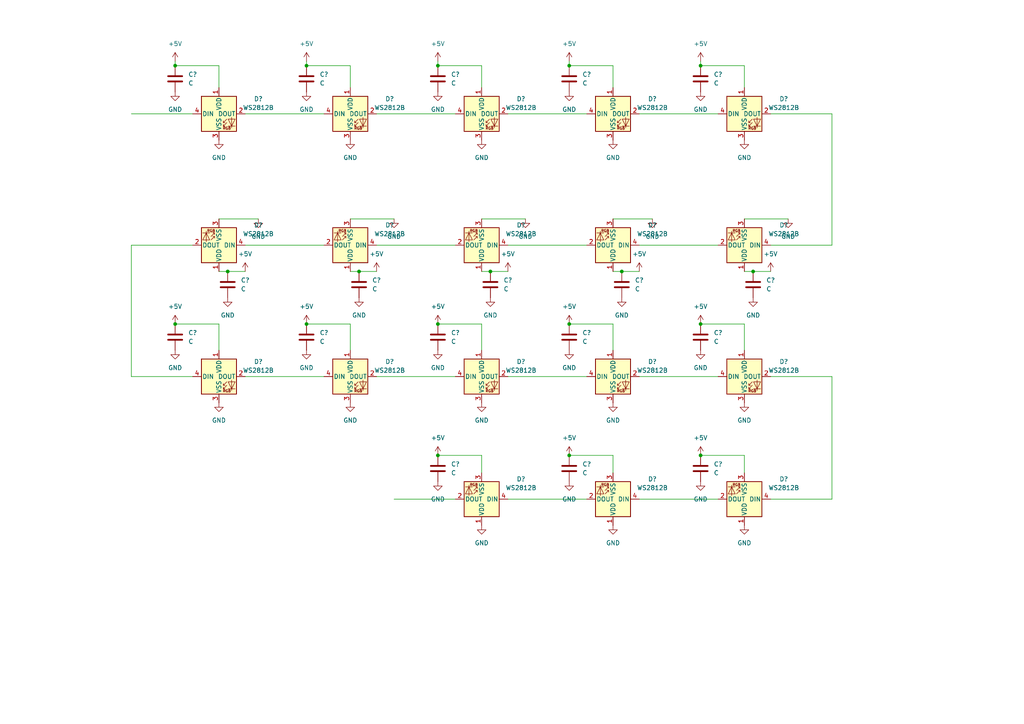
<source format=kicad_sch>
(kicad_sch (version 20211123) (generator eeschema)
  (paper "A4")
  (lib_symbols
    (symbol "Device:C" (pin_numbers hide) (pin_names (offset 0.254))
      (property "Reference" "C" (at 0.635 2.54 0))
      (property "Value" "C" (at 0.635 -2.54 0))
      (symbol "C_0_1"
        (polyline (pts (xy -2.032 -0.762) (xy 2.032 -0.762)) (stroke (width 0.508)))
        (polyline (pts (xy -2.032 0.762) (xy 2.032 0.762)) (stroke (width 0.508)))
      )
      (symbol "C_1_1"
        (pin passive line (at 0 3.81 270) (length 2.794) (name "~") (number "1"))
        (pin passive line (at 0 -3.81 90) (length 2.794) (name "~") (number "2"))
      )
    )
    (symbol "LED:WS2812B" (pin_names (offset 0.254))
      (property "Reference" "D" (at 5.08 5.715 0))
      (property "Value" "WS2812B" (at 1.27 -5.715 0))
      (symbol "WS2812B_0_0"
        (text "RGB" (at 2.286 -4.191 0) (effects (font (size 0.762 0.762))))
      )
      (symbol "WS2812B_0_1"
        (polyline (pts (xy 1.27 -3.556) (xy 1.778 -3.556)))
        (polyline (pts (xy 1.27 -2.54) (xy 1.778 -2.54)))
        (polyline (pts (xy 4.699 -3.556) (xy 2.667 -3.556)))
        (polyline (pts (xy 2.286 -2.54) (xy 1.27 -3.556) (xy 1.27 -3.048)))
        (polyline (pts (xy 2.286 -1.524) (xy 1.27 -2.54) (xy 1.27 -2.032)))
        (polyline (pts (xy 3.683 -1.016) (xy 3.683 -3.556) (xy 3.683 -4.064)))
        (polyline (pts (xy 4.699 -1.524) (xy 2.667 -1.524) (xy 3.683 -3.556) (xy 4.699 -1.524)))
        (rectangle (start 5.08 5.08) (end -5.08 -5.08) (stroke (width 0.254)) (fill (type background)))
      )
      (symbol "WS2812B_1_1"
        (pin power_in line (at 0 7.62 270) (length 2.54) (name "VDD") (number "1"))
        (pin output line (at 7.62 0 180) (length 2.54) (name "DOUT") (number "2"))
        (pin power_in line (at 0 -7.62 90) (length 2.54) (name "VSS") (number "3"))
        (pin input line (at -7.62 0 0) (length 2.54) (name "DIN") (number "4"))
      )
    )
    (symbol "power:+5V" (power) (pin_names (offset 0))
      (property "Value" "+5V" (at 0 3.556 0))
      (symbol "+5V_0_1"
        (polyline (pts (xy -0.762 1.27) (xy 0 2.54)))
        (polyline (pts (xy 0 0) (xy 0 2.54)))
        (polyline (pts (xy 0 2.54) (xy 0.762 1.27)))
      )
      (symbol "+5V_1_1"
        (pin power_in line (at 0 0 90) (length 0) hide (name "+5V") (number "1"))
      )
    )
    (symbol "power:GND" (power) (pin_names (offset 0))
      (property "Value" "GND" (at 0 -3.81 0))
      (symbol "GND_0_1"
        (polyline (pts (xy 0 0) (xy 0 -1.27) (xy 1.27 -1.27) (xy 0 -2.54) (xy -1.27 -1.27) (xy 0 -1.27)))
      )
      (symbol "GND_1_1"
        (pin power_in line (at 0 0 270) (length 0) hide (name "GND") (number "1"))
      )
    )
  )
  (junction (at 165.1 132.08))
  (junction (at 127 93.98))
  (junction (at 165.1 19.05))
  (junction (at 127 19.05))
  (junction (at 203.2 93.98))
  (junction (at 180.34 78.74))
  (junction (at 88.9 93.98))
  (junction (at 50.8 19.05))
  (junction (at 142.24 78.74))
  (junction (at 165.1 93.98))
  (junction (at 50.8 93.98))
  (junction (at 66.04 78.74))
  (junction (at 203.2 132.08))
  (junction (at 218.44 78.74))
  (junction (at 203.2 19.05))
  (junction (at 127 132.08))
  (junction (at 88.9 19.05))
  (junction (at 104.14 78.74))
  (wire (pts (xy 218.44 78.74) (xy 223.52 78.74)))
  (wire (pts (xy 241.3 144.78) (xy 223.52 144.78)))
  (wire (pts (xy 177.8 132.08) (xy 177.8 137.16)))
  (wire (pts (xy 241.3 71.12) (xy 223.52 71.12)))
  (wire (pts (xy 185.42 109.22) (xy 208.28 109.22)))
  (wire (pts (xy 50.8 19.05) (xy 63.5 19.05)))
  (wire (pts (xy 38.1 71.12) (xy 38.1 109.22)))
  (wire (pts (xy 88.9 19.05) (xy 88.9 17.78)))
  (wire (pts (xy 71.12 109.22) (xy 93.98 109.22)))
  (wire (pts (xy 127 19.05) (xy 139.7 19.05)))
  (wire (pts (xy 139.7 63.5) (xy 152.4 63.5)))
  (wire (pts (xy 180.34 78.74) (xy 185.42 78.74)))
  (wire (pts (xy 165.1 19.05) (xy 177.8 19.05)))
  (wire (pts (xy 147.32 71.12) (xy 170.18 71.12)))
  (wire (pts (xy 127 93.98) (xy 139.7 93.98)))
  (wire (pts (xy 165.1 93.98) (xy 177.8 93.98)))
  (wire (pts (xy 109.22 71.12) (xy 132.08 71.12)))
  (wire (pts (xy 101.6 93.98) (xy 101.6 101.6)))
  (wire (pts (xy 218.44 78.74) (xy 215.9 78.74)))
  (wire (pts (xy 215.9 93.98) (xy 215.9 101.6)))
  (wire (pts (xy 223.52 109.22) (xy 241.3 109.22)))
  (wire (pts (xy 177.8 19.05) (xy 177.8 25.4)))
  (wire (pts (xy 104.14 78.74) (xy 101.6 78.74)))
  (wire (pts (xy 109.22 109.22) (xy 132.08 109.22)))
  (wire (pts (xy 185.42 33.02) (xy 208.28 33.02)))
  (wire (pts (xy 38.1 33.02) (xy 55.88 33.02)))
  (wire (pts (xy 63.5 63.5) (xy 74.93 63.5)))
  (wire (pts (xy 55.88 71.12) (xy 38.1 71.12)))
  (wire (pts (xy 139.7 19.05) (xy 139.7 25.4)))
  (wire (pts (xy 165.1 132.08) (xy 177.8 132.08)))
  (wire (pts (xy 101.6 19.05) (xy 101.6 25.4)))
  (wire (pts (xy 71.12 33.02) (xy 93.98 33.02)))
  (wire (pts (xy 177.8 63.5) (xy 189.23 63.5)))
  (wire (pts (xy 88.9 19.05) (xy 101.6 19.05)))
  (wire (pts (xy 203.2 19.05) (xy 203.2 17.78)))
  (wire (pts (xy 50.8 19.05) (xy 50.8 17.78)))
  (wire (pts (xy 215.9 132.08) (xy 215.9 137.16)))
  (wire (pts (xy 104.14 78.74) (xy 109.22 78.74)))
  (wire (pts (xy 215.9 19.05) (xy 215.9 25.4)))
  (wire (pts (xy 203.2 93.98) (xy 215.9 93.98)))
  (wire (pts (xy 177.8 93.98) (xy 177.8 101.6)))
  (wire (pts (xy 185.42 71.12) (xy 208.28 71.12)))
  (wire (pts (xy 142.24 78.74) (xy 139.7 78.74)))
  (wire (pts (xy 147.32 109.22) (xy 170.18 109.22)))
  (wire (pts (xy 241.3 33.02) (xy 241.3 71.12)))
  (wire (pts (xy 147.32 33.02) (xy 170.18 33.02)))
  (wire (pts (xy 185.42 144.78) (xy 208.28 144.78)))
  (wire (pts (xy 66.04 78.74) (xy 63.5 78.74)))
  (wire (pts (xy 215.9 63.5) (xy 228.6 63.5)))
  (wire (pts (xy 66.04 78.74) (xy 71.12 78.74)))
  (wire (pts (xy 63.5 19.05) (xy 63.5 25.4)))
  (wire (pts (xy 139.7 93.98) (xy 139.7 101.6)))
  (wire (pts (xy 38.1 109.22) (xy 55.88 109.22)))
  (wire (pts (xy 71.12 71.12) (xy 93.98 71.12)))
  (wire (pts (xy 180.34 78.74) (xy 177.8 78.74)))
  (wire (pts (xy 223.52 33.02) (xy 241.3 33.02)))
  (wire (pts (xy 88.9 93.98) (xy 101.6 93.98)))
  (wire (pts (xy 63.5 93.98) (xy 63.5 101.6)))
  (wire (pts (xy 142.24 78.74) (xy 147.32 78.74)))
  (wire (pts (xy 165.1 19.05) (xy 165.1 17.78)))
  (wire (pts (xy 127 132.08) (xy 139.7 132.08)))
  (wire (pts (xy 109.22 33.02) (xy 132.08 33.02)))
  (wire (pts (xy 203.2 19.05) (xy 215.9 19.05)))
  (wire (pts (xy 114.3 144.78) (xy 132.08 144.78)))
  (wire (pts (xy 241.3 109.22) (xy 241.3 144.78)))
  (wire (pts (xy 50.8 93.98) (xy 63.5 93.98)))
  (wire (pts (xy 101.6 63.5) (xy 114.3 63.5)))
  (wire (pts (xy 203.2 132.08) (xy 215.9 132.08)))
  (wire (pts (xy 127 19.05) (xy 127 17.78)))
  (wire (pts (xy 139.7 132.08) (xy 139.7 137.16)))
  (wire (pts (xy 147.32 144.78) (xy 170.18 144.78)))
  (symbol (lib_id "LED:WS2812B") (at 139.7 71.12 180) (unit 1)
    (property "Reference" "D?" (at 151.13 65.2905 0))
    (property "Value" "WS2812B" (at 151.13 67.8305 0))
    (property "Footprint" "LED_SMD:LED_WS2812B_PLCC4_5.0x5.0mm_P3.2mm" (effects hide))
    (property "Datasheet" "https://cdn-shop.adafruit.com/datasheets/WS2812B.pdf" (effects hide))
  )
  (symbol (lib_id "LED:WS2812B") (at 63.5 33.02 0) (unit 1)
    (property "Reference" "D?" (at 74.93 28.6893 0))
    (property "Value" "WS2812B" (at 74.93 31.2293 0))
    (property "Footprint" "LED_SMD:LED_WS2812B_PLCC4_5.0x5.0mm_P3.2mm" (effects hide))
    (property "Datasheet" "https://cdn-shop.adafruit.com/datasheets/WS2812B.pdf" (effects hide))
  )
  (symbol (lib_id "power:+5V") (at 165.1 93.98 0) (unit 1)
    (property "Reference" "#PWR?" (effects hide))
    (property "Value" "+5V" (at 165.1 88.9 0))
  )
  (symbol (lib_id "power:+5V") (at 127 17.78 0) (unit 1)
    (property "Reference" "#PWR?" (effects hide))
    (property "Value" "+5V" (at 127 12.7 0))
  )
  (symbol (lib_id "power:+5V") (at 165.1 132.08 0) (unit 1)
    (property "Reference" "#PWR?" (effects hide))
    (property "Value" "+5V" (at 165.1 127 0))
  )
  (symbol (lib_id "power:GND") (at 101.6 116.84 0) (unit 1)
    (property "Reference" "#PWR?" (effects hide))
    (property "Value" "GND" (at 101.6 121.92 0))
  )
  (symbol (lib_id "power:GND") (at 165.1 101.6 0) (unit 1)
    (property "Reference" "#PWR?" (effects hide))
    (property "Value" "GND" (at 165.1 106.68 0))
  )
  (symbol (lib_id "LED:WS2812B") (at 215.9 109.22 0) (unit 1)
    (property "Reference" "D?" (at 227.33 104.8893 0))
    (property "Value" "WS2812B" (at 227.33 107.4293 0))
    (property "Footprint" "LED_SMD:LED_WS2812B_PLCC4_5.0x5.0mm_P3.2mm" (effects hide))
    (property "Datasheet" "https://cdn-shop.adafruit.com/datasheets/WS2812B.pdf" (effects hide))
  )
  (symbol (lib_id "LED:WS2812B") (at 101.6 109.22 0) (unit 1)
    (property "Reference" "D?" (at 113.03 104.8893 0))
    (property "Value" "WS2812B" (at 113.03 107.4293 0))
    (property "Footprint" "LED_SMD:LED_WS2812B_PLCC4_5.0x5.0mm_P3.2mm" (effects hide))
    (property "Datasheet" "https://cdn-shop.adafruit.com/datasheets/WS2812B.pdf" (effects hide))
  )
  (symbol (lib_id "power:GND") (at 165.1 139.7 0) (unit 1)
    (property "Reference" "#PWR?" (effects hide))
    (property "Value" "GND" (at 165.1 144.78 0))
  )
  (symbol (lib_id "power:GND") (at 177.8 40.64 0) (unit 1)
    (property "Reference" "#PWR?" (effects hide))
    (property "Value" "GND" (at 177.8 45.72 0))
  )
  (symbol (lib_id "LED:WS2812B") (at 101.6 33.02 0) (unit 1)
    (property "Reference" "D?" (at 113.03 28.6893 0))
    (property "Value" "WS2812B" (at 113.03 31.2293 0))
    (property "Footprint" "LED_SMD:LED_WS2812B_PLCC4_5.0x5.0mm_P3.2mm" (effects hide))
    (property "Datasheet" "https://cdn-shop.adafruit.com/datasheets/WS2812B.pdf" (effects hide))
  )
  (symbol (lib_id "power:+5V") (at 147.32 78.74 0) (unit 1)
    (property "Reference" "#PWR?" (effects hide))
    (property "Value" "+5V" (at 147.32 73.66 0))
  )
  (symbol (lib_id "power:GND") (at 203.2 139.7 0) (unit 1)
    (property "Reference" "#PWR?" (effects hide))
    (property "Value" "GND" (at 203.2 144.78 0))
  )
  (symbol (lib_id "LED:WS2812B") (at 215.9 71.12 180) (unit 1)
    (property "Reference" "D?" (at 227.33 65.2905 0))
    (property "Value" "WS2812B" (at 227.33 67.8305 0))
    (property "Footprint" "LED_SMD:LED_WS2812B_PLCC4_5.0x5.0mm_P3.2mm" (effects hide))
    (property "Datasheet" "https://cdn-shop.adafruit.com/datasheets/WS2812B.pdf" (effects hide))
  )
  (symbol (lib_id "power:+5V") (at 88.9 17.78 0) (unit 1)
    (property "Reference" "#PWR?" (effects hide))
    (property "Value" "+5V" (at 88.9 12.7 0))
  )
  (symbol (lib_id "power:+5V") (at 50.8 17.78 0) (unit 1)
    (property "Reference" "#PWR?" (effects hide))
    (property "Value" "+5V" (at 50.8 12.7 0))
  )
  (symbol (lib_id "Device:C") (at 165.1 135.89 0) (unit 1)
    (property "Reference" "C?" (at 168.91 134.6199 0) (effects (justify left)))
    (property "Value" "C" (at 168.91 137.1599 0) (effects (justify left)))
  )
  (symbol (lib_id "power:+5V") (at 203.2 93.98 0) (unit 1)
    (property "Reference" "#PWR?" (effects hide))
    (property "Value" "+5V" (at 203.2 88.9 0))
  )
  (symbol (lib_id "LED:WS2812B") (at 139.7 144.78 180) (unit 1)
    (property "Reference" "D?" (at 151.13 138.9505 0))
    (property "Value" "WS2812B" (at 151.13 141.4905 0))
    (property "Footprint" "LED_SMD:LED_WS2812B_PLCC4_5.0x5.0mm_P3.2mm" (effects hide))
    (property "Datasheet" "https://cdn-shop.adafruit.com/datasheets/WS2812B.pdf" (effects hide))
  )
  (symbol (lib_id "power:GND") (at 50.8 101.6 0) (unit 1)
    (property "Reference" "#PWR?" (effects hide))
    (property "Value" "GND" (at 50.8 106.68 0))
  )
  (symbol (lib_id "power:+5V") (at 127 93.98 0) (unit 1)
    (property "Reference" "#PWR?" (effects hide))
    (property "Value" "+5V" (at 127 88.9 0))
  )
  (symbol (lib_id "Device:C") (at 66.04 82.55 0) (unit 1)
    (property "Reference" "C?" (at 69.85 81.2799 0) (effects (justify left)))
    (property "Value" "C" (at 69.85 83.8199 0) (effects (justify left)))
  )
  (symbol (lib_id "power:GND") (at 218.44 86.36 0) (unit 1)
    (property "Reference" "#PWR?" (effects hide))
    (property "Value" "GND" (at 218.44 91.44 0))
  )
  (symbol (lib_id "Device:C") (at 104.14 82.55 0) (unit 1)
    (property "Reference" "C?" (at 107.95 81.2799 0) (effects (justify left)))
    (property "Value" "C" (at 107.95 83.8199 0) (effects (justify left)))
  )
  (symbol (lib_id "Device:C") (at 50.8 22.86 0) (unit 1)
    (property "Reference" "C?" (at 54.61 21.5899 0) (effects (justify left)))
    (property "Value" "C" (at 54.61 24.1299 0) (effects (justify left)))
  )
  (symbol (lib_id "power:GND") (at 50.8 26.67 0) (unit 1)
    (property "Reference" "#PWR?" (effects hide))
    (property "Value" "GND" (at 50.8 31.75 0))
  )
  (symbol (lib_id "Device:C") (at 88.9 22.86 0) (unit 1)
    (property "Reference" "C?" (at 92.71 21.5899 0) (effects (justify left)))
    (property "Value" "C" (at 92.71 24.1299 0) (effects (justify left)))
  )
  (symbol (lib_id "Device:C") (at 50.8 97.79 0) (unit 1)
    (property "Reference" "C?" (at 54.61 96.5199 0) (effects (justify left)))
    (property "Value" "C" (at 54.61 99.0599 0) (effects (justify left)))
  )
  (symbol (lib_id "Device:C") (at 165.1 22.86 0) (unit 1)
    (property "Reference" "C?" (at 168.91 21.5899 0) (effects (justify left)))
    (property "Value" "C" (at 168.91 24.1299 0) (effects (justify left)))
  )
  (symbol (lib_id "LED:WS2812B") (at 177.8 109.22 0) (unit 1)
    (property "Reference" "D?" (at 189.23 104.8893 0))
    (property "Value" "WS2812B" (at 189.23 107.4293 0))
    (property "Footprint" "LED_SMD:LED_WS2812B_PLCC4_5.0x5.0mm_P3.2mm" (effects hide))
    (property "Datasheet" "https://cdn-shop.adafruit.com/datasheets/WS2812B.pdf" (effects hide))
  )
  (symbol (lib_id "Device:C") (at 203.2 135.89 0) (unit 1)
    (property "Reference" "C?" (at 207.01 134.6199 0) (effects (justify left)))
    (property "Value" "C" (at 207.01 137.1599 0) (effects (justify left)))
  )
  (symbol (lib_id "power:GND") (at 177.8 152.4 0) (unit 1)
    (property "Reference" "#PWR?" (effects hide))
    (property "Value" "GND" (at 177.8 157.48 0))
  )
  (symbol (lib_id "power:GND") (at 165.1 26.67 0) (unit 1)
    (property "Reference" "#PWR?" (effects hide))
    (property "Value" "GND" (at 165.1 31.75 0))
  )
  (symbol (lib_id "power:GND") (at 104.14 86.36 0) (unit 1)
    (property "Reference" "#PWR?" (effects hide))
    (property "Value" "GND" (at 104.14 91.44 0))
  )
  (symbol (lib_id "power:GND") (at 74.93 63.5 0) (unit 1)
    (property "Reference" "#PWR?" (effects hide))
    (property "Value" "GND" (at 74.93 68.58 0))
  )
  (symbol (lib_id "power:GND") (at 177.8 116.84 0) (unit 1)
    (property "Reference" "#PWR?" (effects hide))
    (property "Value" "GND" (at 177.8 121.92 0))
  )
  (symbol (lib_id "LED:WS2812B") (at 215.9 144.78 180) (unit 1)
    (property "Reference" "D?" (at 227.33 138.9505 0))
    (property "Value" "WS2812B" (at 227.33 141.4905 0))
    (property "Footprint" "LED_SMD:LED_WS2812B_PLCC4_5.0x5.0mm_P3.2mm" (effects hide))
    (property "Datasheet" "https://cdn-shop.adafruit.com/datasheets/WS2812B.pdf" (effects hide))
  )
  (symbol (lib_id "power:GND") (at 66.04 86.36 0) (unit 1)
    (property "Reference" "#PWR?" (effects hide))
    (property "Value" "GND" (at 66.04 91.44 0))
  )
  (symbol (lib_id "power:GND") (at 139.7 40.64 0) (unit 1)
    (property "Reference" "#PWR?" (effects hide))
    (property "Value" "GND" (at 139.7 45.72 0))
  )
  (symbol (lib_id "LED:WS2812B") (at 63.5 71.12 180) (unit 1)
    (property "Reference" "D?" (at 74.93 65.2905 0))
    (property "Value" "WS2812B" (at 74.93 67.8305 0))
    (property "Footprint" "LED_SMD:LED_WS2812B_PLCC4_5.0x5.0mm_P3.2mm" (effects hide))
    (property "Datasheet" "https://cdn-shop.adafruit.com/datasheets/WS2812B.pdf" (effects hide))
  )
  (symbol (lib_id "power:+5V") (at 203.2 17.78 0) (unit 1)
    (property "Reference" "#PWR?" (effects hide))
    (property "Value" "+5V" (at 203.2 12.7 0))
  )
  (symbol (lib_id "power:GND") (at 215.9 152.4 0) (unit 1)
    (property "Reference" "#PWR?" (effects hide))
    (property "Value" "GND" (at 215.9 157.48 0))
  )
  (symbol (lib_id "LED:WS2812B") (at 139.7 33.02 0) (unit 1)
    (property "Reference" "D?" (at 151.13 28.6893 0))
    (property "Value" "WS2812B" (at 151.13 31.2293 0))
    (property "Footprint" "LED_SMD:LED_WS2812B_PLCC4_5.0x5.0mm_P3.2mm" (effects hide))
    (property "Datasheet" "https://cdn-shop.adafruit.com/datasheets/WS2812B.pdf" (effects hide))
  )
  (symbol (lib_id "power:GND") (at 114.3 63.5 0) (unit 1)
    (property "Reference" "#PWR?" (effects hide))
    (property "Value" "GND" (at 114.3 68.58 0))
  )
  (symbol (lib_id "power:GND") (at 139.7 116.84 0) (unit 1)
    (property "Reference" "#PWR?" (effects hide))
    (property "Value" "GND" (at 139.7 121.92 0))
  )
  (symbol (lib_id "power:GND") (at 127 26.67 0) (unit 1)
    (property "Reference" "#PWR?" (effects hide))
    (property "Value" "GND" (at 127 31.75 0))
  )
  (symbol (lib_id "power:+5V") (at 165.1 17.78 0) (unit 1)
    (property "Reference" "#PWR?" (effects hide))
    (property "Value" "+5V" (at 165.1 12.7 0))
  )
  (symbol (lib_id "Device:C") (at 165.1 97.79 0) (unit 1)
    (property "Reference" "C?" (at 168.91 96.5199 0) (effects (justify left)))
    (property "Value" "C" (at 168.91 99.0599 0) (effects (justify left)))
  )
  (symbol (lib_id "power:+5V") (at 127 132.08 0) (unit 1)
    (property "Reference" "#PWR?" (effects hide))
    (property "Value" "+5V" (at 127 127 0))
  )
  (symbol (lib_id "power:GND") (at 127 139.7 0) (unit 1)
    (property "Reference" "#PWR?" (effects hide))
    (property "Value" "GND" (at 127 144.78 0))
  )
  (symbol (lib_id "power:GND") (at 63.5 40.64 0) (unit 1)
    (property "Reference" "#PWR?" (effects hide))
    (property "Value" "GND" (at 63.5 45.72 0))
  )
  (symbol (lib_id "power:GND") (at 101.6 40.64 0) (unit 1)
    (property "Reference" "#PWR?" (effects hide))
    (property "Value" "GND" (at 101.6 45.72 0))
  )
  (symbol (lib_id "power:GND") (at 203.2 26.67 0) (unit 1)
    (property "Reference" "#PWR?" (effects hide))
    (property "Value" "GND" (at 203.2 31.75 0))
  )
  (symbol (lib_id "Device:C") (at 88.9 97.79 0) (unit 1)
    (property "Reference" "C?" (at 92.71 96.5199 0) (effects (justify left)))
    (property "Value" "C" (at 92.71 99.0599 0) (effects (justify left)))
  )
  (symbol (lib_id "power:+5V") (at 185.42 78.74 0) (unit 1)
    (property "Reference" "#PWR?" (effects hide))
    (property "Value" "+5V" (at 185.42 73.66 0))
  )
  (symbol (lib_id "power:GND") (at 139.7 152.4 0) (unit 1)
    (property "Reference" "#PWR?" (effects hide))
    (property "Value" "GND" (at 139.7 157.48 0))
  )
  (symbol (lib_id "power:+5V") (at 88.9 93.98 0) (unit 1)
    (property "Reference" "#PWR?" (effects hide))
    (property "Value" "+5V" (at 88.9 88.9 0))
  )
  (symbol (lib_id "power:GND") (at 180.34 86.36 0) (unit 1)
    (property "Reference" "#PWR?" (effects hide))
    (property "Value" "GND" (at 180.34 91.44 0))
  )
  (symbol (lib_id "power:GND") (at 63.5 116.84 0) (unit 1)
    (property "Reference" "#PWR?" (effects hide))
    (property "Value" "GND" (at 63.5 121.92 0))
  )
  (symbol (lib_id "power:GND") (at 215.9 116.84 0) (unit 1)
    (property "Reference" "#PWR?" (effects hide))
    (property "Value" "GND" (at 215.9 121.92 0))
  )
  (symbol (lib_id "power:GND") (at 152.4 63.5 0) (unit 1)
    (property "Reference" "#PWR?" (effects hide))
    (property "Value" "GND" (at 152.4 68.58 0))
  )
  (symbol (lib_id "power:GND") (at 203.2 101.6 0) (unit 1)
    (property "Reference" "#PWR?" (effects hide))
    (property "Value" "GND" (at 203.2 106.68 0))
  )
  (symbol (lib_id "power:+5V") (at 109.22 78.74 0) (unit 1)
    (property "Reference" "#PWR?" (effects hide))
    (property "Value" "+5V" (at 109.22 73.66 0))
  )
  (symbol (lib_id "LED:WS2812B") (at 139.7 109.22 0) (unit 1)
    (property "Reference" "D?" (at 151.13 104.8893 0))
    (property "Value" "WS2812B" (at 151.13 107.4293 0))
    (property "Footprint" "LED_SMD:LED_WS2812B_PLCC4_5.0x5.0mm_P3.2mm" (effects hide))
    (property "Datasheet" "https://cdn-shop.adafruit.com/datasheets/WS2812B.pdf" (effects hide))
  )
  (symbol (lib_id "Device:C") (at 203.2 97.79 0) (unit 1)
    (property "Reference" "C?" (at 207.01 96.5199 0) (effects (justify left)))
    (property "Value" "C" (at 207.01 99.0599 0) (effects (justify left)))
  )
  (symbol (lib_id "power:+5V") (at 223.52 78.74 0) (unit 1)
    (property "Reference" "#PWR?" (effects hide))
    (property "Value" "+5V" (at 223.52 73.66 0))
  )
  (symbol (lib_id "Device:C") (at 127 97.79 0) (unit 1)
    (property "Reference" "C?" (at 130.81 96.5199 0) (effects (justify left)))
    (property "Value" "C" (at 130.81 99.0599 0) (effects (justify left)))
  )
  (symbol (lib_id "LED:WS2812B") (at 177.8 71.12 180) (unit 1)
    (property "Reference" "D?" (at 189.23 65.2905 0))
    (property "Value" "WS2812B" (at 189.23 67.8305 0))
    (property "Footprint" "LED_SMD:LED_WS2812B_PLCC4_5.0x5.0mm_P3.2mm" (effects hide))
    (property "Datasheet" "https://cdn-shop.adafruit.com/datasheets/WS2812B.pdf" (effects hide))
  )
  (symbol (lib_id "power:+5V") (at 50.8 93.98 0) (unit 1)
    (property "Reference" "#PWR?" (effects hide))
    (property "Value" "+5V" (at 50.8 88.9 0))
  )
  (symbol (lib_id "LED:WS2812B") (at 63.5 109.22 0) (unit 1)
    (property "Reference" "D?" (at 74.93 104.8893 0))
    (property "Value" "WS2812B" (at 74.93 107.4293 0))
    (property "Footprint" "LED_SMD:LED_WS2812B_PLCC4_5.0x5.0mm_P3.2mm" (effects hide))
    (property "Datasheet" "https://cdn-shop.adafruit.com/datasheets/WS2812B.pdf" (effects hide))
  )
  (symbol (lib_id "Device:C") (at 127 135.89 0) (unit 1)
    (property "Reference" "C?" (at 130.81 134.6199 0) (effects (justify left)))
    (property "Value" "C" (at 130.81 137.1599 0) (effects (justify left)))
  )
  (symbol (lib_id "LED:WS2812B") (at 177.8 33.02 0) (unit 1)
    (property "Reference" "D?" (at 189.23 28.6893 0))
    (property "Value" "WS2812B" (at 189.23 31.2293 0))
    (property "Footprint" "LED_SMD:LED_WS2812B_PLCC4_5.0x5.0mm_P3.2mm" (effects hide))
    (property "Datasheet" "https://cdn-shop.adafruit.com/datasheets/WS2812B.pdf" (effects hide))
  )
  (symbol (lib_id "LED:WS2812B") (at 101.6 71.12 180) (unit 1)
    (property "Reference" "D?" (at 113.03 65.2905 0))
    (property "Value" "WS2812B" (at 113.03 67.8305 0))
    (property "Footprint" "LED_SMD:LED_WS2812B_PLCC4_5.0x5.0mm_P3.2mm" (effects hide))
    (property "Datasheet" "https://cdn-shop.adafruit.com/datasheets/WS2812B.pdf" (effects hide))
  )
  (symbol (lib_id "power:GND") (at 215.9 40.64 0) (unit 1)
    (property "Reference" "#PWR?" (effects hide))
    (property "Value" "GND" (at 215.9 45.72 0))
  )
  (symbol (lib_id "power:GND") (at 88.9 26.67 0) (unit 1)
    (property "Reference" "#PWR?" (effects hide))
    (property "Value" "GND" (at 88.9 31.75 0))
  )
  (symbol (lib_id "power:+5V") (at 71.12 78.74 0) (unit 1)
    (property "Reference" "#PWR?" (effects hide))
    (property "Value" "+5V" (at 71.12 73.66 0))
  )
  (symbol (lib_id "Device:C") (at 218.44 82.55 0) (unit 1)
    (property "Reference" "C?" (at 222.25 81.2799 0) (effects (justify left)))
    (property "Value" "C" (at 222.25 83.8199 0) (effects (justify left)))
  )
  (symbol (lib_id "Device:C") (at 142.24 82.55 0) (unit 1)
    (property "Reference" "C?" (at 146.05 81.2799 0) (effects (justify left)))
    (property "Value" "C" (at 146.05 83.8199 0) (effects (justify left)))
  )
  (symbol (lib_id "power:GND") (at 142.24 86.36 0) (unit 1)
    (property "Reference" "#PWR?" (effects hide))
    (property "Value" "GND" (at 142.24 91.44 0))
  )
  (symbol (lib_id "power:GND") (at 127 101.6 0) (unit 1)
    (property "Reference" "#PWR?" (effects hide))
    (property "Value" "GND" (at 127 106.68 0))
  )
  (symbol (lib_id "Device:C") (at 203.2 22.86 0) (unit 1)
    (property "Reference" "C?" (at 207.01 21.5899 0) (effects (justify left)))
    (property "Value" "C" (at 207.01 24.1299 0) (effects (justify left)))
  )
  (symbol (lib_id "Device:C") (at 180.34 82.55 0) (unit 1)
    (property "Reference" "C?" (at 184.15 81.2799 0) (effects (justify left)))
    (property "Value" "C" (at 184.15 83.8199 0) (effects (justify left)))
  )
  (symbol (lib_id "power:GND") (at 189.23 63.5 0) (unit 1)
    (property "Reference" "#PWR?" (effects hide))
    (property "Value" "GND" (at 189.23 68.58 0))
  )
  (symbol (lib_id "power:GND") (at 228.6 63.5 0) (unit 1)
    (property "Reference" "#PWR?" (effects hide))
    (property "Value" "GND" (at 228.6 68.58 0))
  )
  (symbol (lib_id "power:GND") (at 88.9 101.6 0) (unit 1)
    (property "Reference" "#PWR?" (effects hide))
    (property "Value" "GND" (at 88.9 106.68 0))
  )
  (symbol (lib_id "LED:WS2812B") (at 215.9 33.02 0) (unit 1)
    (property "Reference" "D?" (at 227.33 28.6893 0))
    (property "Value" "WS2812B" (at 227.33 31.2293 0))
    (property "Footprint" "LED_SMD:LED_WS2812B_PLCC4_5.0x5.0mm_P3.2mm" (effects hide))
    (property "Datasheet" "https://cdn-shop.adafruit.com/datasheets/WS2812B.pdf" (effects hide))
  )
  (symbol (lib_id "power:+5V") (at 203.2 132.08 0) (unit 1)
    (property "Reference" "#PWR?" (effects hide))
    (property "Value" "+5V" (at 203.2 127 0))
  )
  (symbol (lib_id "Device:C") (at 127 22.86 0) (unit 1)
    (property "Reference" "C?" (at 130.81 21.5899 0) (effects (justify left)))
    (property "Value" "C" (at 130.81 24.1299 0) (effects (justify left)))
  )
  (symbol (lib_id "LED:WS2812B") (at 177.8 144.78 180) (unit 1)
    (property "Reference" "D?" (at 189.23 138.9505 0))
    (property "Value" "WS2812B" (at 189.23 141.4905 0))
    (property "Footprint" "LED_SMD:LED_WS2812B_PLCC4_5.0x5.0mm_P3.2mm" (effects hide))
    (property "Datasheet" "https://cdn-shop.adafruit.com/datasheets/WS2812B.pdf" (effects hide))
  )
)
</source>
